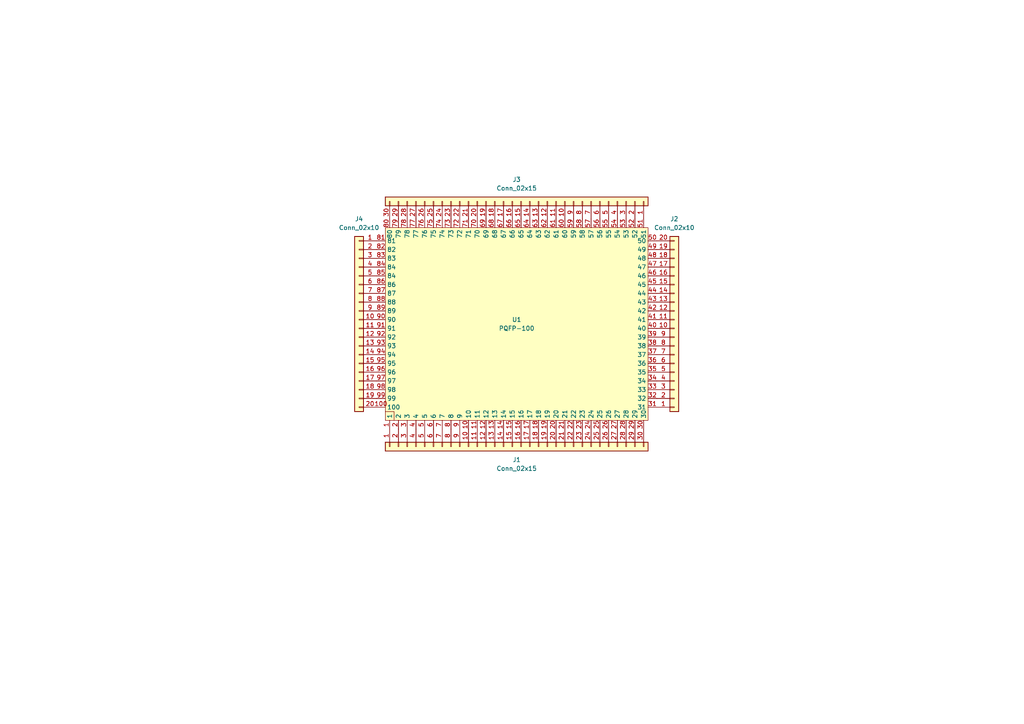
<source format=kicad_sch>
(kicad_sch (version 20211123) (generator eeschema)
  (paper "A4")
  (lib_symbols
    (symbol "Connector_Generic:Conn_01x20" (pin_names (offset 1.016) hide)
      (property "Reference" "J" (at 0 25.4 0))
      (property "Value" "Conn_01x20" (at 0 -27.94 0))
      (symbol "Conn_01x20_1_1"
        (rectangle (start -1.27 -25.273) (end 0 -25.527) (stroke (width 0.1524)))
        (rectangle (start -1.27 -22.733) (end 0 -22.987) (stroke (width 0.1524)))
        (rectangle (start -1.27 -20.193) (end 0 -20.447) (stroke (width 0.1524)))
        (rectangle (start -1.27 -17.653) (end 0 -17.907) (stroke (width 0.1524)))
        (rectangle (start -1.27 -15.113) (end 0 -15.367) (stroke (width 0.1524)))
        (rectangle (start -1.27 -12.573) (end 0 -12.827) (stroke (width 0.1524)))
        (rectangle (start -1.27 -10.033) (end 0 -10.287) (stroke (width 0.1524)))
        (rectangle (start -1.27 -7.493) (end 0 -7.747) (stroke (width 0.1524)))
        (rectangle (start -1.27 -4.953) (end 0 -5.207) (stroke (width 0.1524)))
        (rectangle (start -1.27 -2.413) (end 0 -2.667) (stroke (width 0.1524)))
        (rectangle (start -1.27 0.127) (end 0 -0.127) (stroke (width 0.1524)))
        (rectangle (start -1.27 2.667) (end 0 2.413) (stroke (width 0.1524)))
        (rectangle (start -1.27 5.207) (end 0 4.953) (stroke (width 0.1524)))
        (rectangle (start -1.27 7.747) (end 0 7.493) (stroke (width 0.1524)))
        (rectangle (start -1.27 10.287) (end 0 10.033) (stroke (width 0.1524)))
        (rectangle (start -1.27 12.827) (end 0 12.573) (stroke (width 0.1524)))
        (rectangle (start -1.27 15.367) (end 0 15.113) (stroke (width 0.1524)))
        (rectangle (start -1.27 17.907) (end 0 17.653) (stroke (width 0.1524)))
        (rectangle (start -1.27 20.447) (end 0 20.193) (stroke (width 0.1524)))
        (rectangle (start -1.27 22.987) (end 0 22.733) (stroke (width 0.1524)))
        (rectangle (start -1.27 24.13) (end 1.27 -26.67) (stroke (width 0.254)) (fill (type background)))
        (pin passive line (at -5.08 22.86 0) (length 3.81) (name "Pin_1") (number "1"))
        (pin passive line (at -5.08 0 0) (length 3.81) (name "Pin_10") (number "10"))
        (pin passive line (at -5.08 -2.54 0) (length 3.81) (name "Pin_11") (number "11"))
        (pin passive line (at -5.08 -5.08 0) (length 3.81) (name "Pin_12") (number "12"))
        (pin passive line (at -5.08 -7.62 0) (length 3.81) (name "Pin_13") (number "13"))
        (pin passive line (at -5.08 -10.16 0) (length 3.81) (name "Pin_14") (number "14"))
        (pin passive line (at -5.08 -12.7 0) (length 3.81) (name "Pin_15") (number "15"))
        (pin passive line (at -5.08 -15.24 0) (length 3.81) (name "Pin_16") (number "16"))
        (pin passive line (at -5.08 -17.78 0) (length 3.81) (name "Pin_17") (number "17"))
        (pin passive line (at -5.08 -20.32 0) (length 3.81) (name "Pin_18") (number "18"))
        (pin passive line (at -5.08 -22.86 0) (length 3.81) (name "Pin_19") (number "19"))
        (pin passive line (at -5.08 20.32 0) (length 3.81) (name "Pin_2") (number "2"))
        (pin passive line (at -5.08 -25.4 0) (length 3.81) (name "Pin_20") (number "20"))
        (pin passive line (at -5.08 17.78 0) (length 3.81) (name "Pin_3") (number "3"))
        (pin passive line (at -5.08 15.24 0) (length 3.81) (name "Pin_4") (number "4"))
        (pin passive line (at -5.08 12.7 0) (length 3.81) (name "Pin_5") (number "5"))
        (pin passive line (at -5.08 10.16 0) (length 3.81) (name "Pin_6") (number "6"))
        (pin passive line (at -5.08 7.62 0) (length 3.81) (name "Pin_7") (number "7"))
        (pin passive line (at -5.08 5.08 0) (length 3.81) (name "Pin_8") (number "8"))
        (pin passive line (at -5.08 2.54 0) (length 3.81) (name "Pin_9") (number "9"))
      )
    )
    (symbol "Connector_Generic:Conn_01x30" (pin_names (offset 1.016) hide)
      (property "Reference" "J" (at 0 38.1 0))
      (property "Value" "Conn_01x30" (at 0 -40.64 0))
      (symbol "Conn_01x30_1_1"
        (rectangle (start -1.27 -37.973) (end 0 -38.227) (stroke (width 0.1524)))
        (rectangle (start -1.27 -35.433) (end 0 -35.687) (stroke (width 0.1524)))
        (rectangle (start -1.27 -32.893) (end 0 -33.147) (stroke (width 0.1524)))
        (rectangle (start -1.27 -30.353) (end 0 -30.607) (stroke (width 0.1524)))
        (rectangle (start -1.27 -27.813) (end 0 -28.067) (stroke (width 0.1524)))
        (rectangle (start -1.27 -25.273) (end 0 -25.527) (stroke (width 0.1524)))
        (rectangle (start -1.27 -22.733) (end 0 -22.987) (stroke (width 0.1524)))
        (rectangle (start -1.27 -20.193) (end 0 -20.447) (stroke (width 0.1524)))
        (rectangle (start -1.27 -17.653) (end 0 -17.907) (stroke (width 0.1524)))
        (rectangle (start -1.27 -15.113) (end 0 -15.367) (stroke (width 0.1524)))
        (rectangle (start -1.27 -12.573) (end 0 -12.827) (stroke (width 0.1524)))
        (rectangle (start -1.27 -10.033) (end 0 -10.287) (stroke (width 0.1524)))
        (rectangle (start -1.27 -7.493) (end 0 -7.747) (stroke (width 0.1524)))
        (rectangle (start -1.27 -4.953) (end 0 -5.207) (stroke (width 0.1524)))
        (rectangle (start -1.27 -2.413) (end 0 -2.667) (stroke (width 0.1524)))
        (rectangle (start -1.27 0.127) (end 0 -0.127) (stroke (width 0.1524)))
        (rectangle (start -1.27 2.667) (end 0 2.413) (stroke (width 0.1524)))
        (rectangle (start -1.27 5.207) (end 0 4.953) (stroke (width 0.1524)))
        (rectangle (start -1.27 7.747) (end 0 7.493) (stroke (width 0.1524)))
        (rectangle (start -1.27 10.287) (end 0 10.033) (stroke (width 0.1524)))
        (rectangle (start -1.27 12.827) (end 0 12.573) (stroke (width 0.1524)))
        (rectangle (start -1.27 15.367) (end 0 15.113) (stroke (width 0.1524)))
        (rectangle (start -1.27 17.907) (end 0 17.653) (stroke (width 0.1524)))
        (rectangle (start -1.27 20.447) (end 0 20.193) (stroke (width 0.1524)))
        (rectangle (start -1.27 22.987) (end 0 22.733) (stroke (width 0.1524)))
        (rectangle (start -1.27 25.527) (end 0 25.273) (stroke (width 0.1524)))
        (rectangle (start -1.27 28.067) (end 0 27.813) (stroke (width 0.1524)))
        (rectangle (start -1.27 30.607) (end 0 30.353) (stroke (width 0.1524)))
        (rectangle (start -1.27 33.147) (end 0 32.893) (stroke (width 0.1524)))
        (rectangle (start -1.27 35.687) (end 0 35.433) (stroke (width 0.1524)))
        (rectangle (start -1.27 36.83) (end 1.27 -39.37) (stroke (width 0.254)) (fill (type background)))
        (pin passive line (at -5.08 35.56 0) (length 3.81) (name "Pin_1") (number "1"))
        (pin passive line (at -5.08 12.7 0) (length 3.81) (name "Pin_10") (number "10"))
        (pin passive line (at -5.08 10.16 0) (length 3.81) (name "Pin_11") (number "11"))
        (pin passive line (at -5.08 7.62 0) (length 3.81) (name "Pin_12") (number "12"))
        (pin passive line (at -5.08 5.08 0) (length 3.81) (name "Pin_13") (number "13"))
        (pin passive line (at -5.08 2.54 0) (length 3.81) (name "Pin_14") (number "14"))
        (pin passive line (at -5.08 0 0) (length 3.81) (name "Pin_15") (number "15"))
        (pin passive line (at -5.08 -2.54 0) (length 3.81) (name "Pin_16") (number "16"))
        (pin passive line (at -5.08 -5.08 0) (length 3.81) (name "Pin_17") (number "17"))
        (pin passive line (at -5.08 -7.62 0) (length 3.81) (name "Pin_18") (number "18"))
        (pin passive line (at -5.08 -10.16 0) (length 3.81) (name "Pin_19") (number "19"))
        (pin passive line (at -5.08 33.02 0) (length 3.81) (name "Pin_2") (number "2"))
        (pin passive line (at -5.08 -12.7 0) (length 3.81) (name "Pin_20") (number "20"))
        (pin passive line (at -5.08 -15.24 0) (length 3.81) (name "Pin_21") (number "21"))
        (pin passive line (at -5.08 -17.78 0) (length 3.81) (name "Pin_22") (number "22"))
        (pin passive line (at -5.08 -20.32 0) (length 3.81) (name "Pin_23") (number "23"))
        (pin passive line (at -5.08 -22.86 0) (length 3.81) (name "Pin_24") (number "24"))
        (pin passive line (at -5.08 -25.4 0) (length 3.81) (name "Pin_25") (number "25"))
        (pin passive line (at -5.08 -27.94 0) (length 3.81) (name "Pin_26") (number "26"))
        (pin passive line (at -5.08 -30.48 0) (length 3.81) (name "Pin_27") (number "27"))
        (pin passive line (at -5.08 -33.02 0) (length 3.81) (name "Pin_28") (number "28"))
        (pin passive line (at -5.08 -35.56 0) (length 3.81) (name "Pin_29") (number "29"))
        (pin passive line (at -5.08 30.48 0) (length 3.81) (name "Pin_3") (number "3"))
        (pin passive line (at -5.08 -38.1 0) (length 3.81) (name "Pin_30") (number "30"))
        (pin passive line (at -5.08 27.94 0) (length 3.81) (name "Pin_4") (number "4"))
        (pin passive line (at -5.08 25.4 0) (length 3.81) (name "Pin_5") (number "5"))
        (pin passive line (at -5.08 22.86 0) (length 3.81) (name "Pin_6") (number "6"))
        (pin passive line (at -5.08 20.32 0) (length 3.81) (name "Pin_7") (number "7"))
        (pin passive line (at -5.08 17.78 0) (length 3.81) (name "Pin_8") (number "8"))
        (pin passive line (at -5.08 15.24 0) (length 3.81) (name "Pin_9") (number "9"))
      )
    )
    (symbol "PQFP-100:PQFP-100"
      (property "Reference" "U" (at 0 -1.27 0))
      (property "Value" "PQFP-100" (at 1.27 1.27 0))
      (symbol "PQFP-100_0_1"
        (rectangle (start -38.1 -27.94) (end 38.1 27.94) (fill (type background)))
        (polyline (pts (xy -38.1 -25.4) (xy -35.56 -25.4) (xy -35.56 -27.94)))
      )
      (symbol "PQFP-100_1_1"
        (pin bidirectional line (at -36.83 -30.48 90) (length 2.54) (name "1") (number "1"))
        (pin bidirectional line (at -13.97 -30.48 90) (length 2.54) (name "10") (number "10"))
        (pin bidirectional line (at -40.64 -24.13 0) (length 2.54) (name "100") (number "100"))
        (pin bidirectional line (at -11.43 -30.48 90) (length 2.54) (name "11") (number "11"))
        (pin bidirectional line (at -8.89 -30.48 90) (length 2.54) (name "12") (number "12"))
        (pin bidirectional line (at -6.35 -30.48 90) (length 2.54) (name "13") (number "13"))
        (pin bidirectional line (at -3.81 -30.48 90) (length 2.54) (name "14") (number "14"))
        (pin bidirectional line (at -1.27 -30.48 90) (length 2.54) (name "15") (number "15"))
        (pin bidirectional line (at 1.27 -30.48 90) (length 2.54) (name "16") (number "16"))
        (pin bidirectional line (at 3.81 -30.48 90) (length 2.54) (name "17") (number "17"))
        (pin bidirectional line (at 6.35 -30.48 90) (length 2.54) (name "18") (number "18"))
        (pin bidirectional line (at 8.89 -30.48 90) (length 2.54) (name "19") (number "19"))
        (pin bidirectional line (at -34.29 -30.48 90) (length 2.54) (name "2") (number "2"))
        (pin bidirectional line (at 11.43 -30.48 90) (length 2.54) (name "20") (number "20"))
        (pin bidirectional line (at 13.97 -30.48 90) (length 2.54) (name "21") (number "21"))
        (pin bidirectional line (at 16.51 -30.48 90) (length 2.54) (name "22") (number "22"))
        (pin bidirectional line (at 19.05 -30.48 90) (length 2.54) (name "23") (number "23"))
        (pin bidirectional line (at 21.59 -30.48 90) (length 2.54) (name "24") (number "24"))
        (pin bidirectional line (at 24.13 -30.48 90) (length 2.54) (name "25") (number "25"))
        (pin bidirectional line (at 26.67 -30.48 90) (length 2.54) (name "26") (number "26"))
        (pin bidirectional line (at 29.21 -30.48 90) (length 2.54) (name "27") (number "27"))
        (pin bidirectional line (at 31.75 -30.48 90) (length 2.54) (name "28") (number "28"))
        (pin bidirectional line (at 34.29 -30.48 90) (length 2.54) (name "29") (number "29"))
        (pin bidirectional line (at -31.75 -30.48 90) (length 2.54) (name "3") (number "3"))
        (pin bidirectional line (at 36.83 -30.48 90) (length 2.54) (name "30") (number "30"))
        (pin bidirectional line (at 40.64 -24.13 180) (length 2.54) (name "31") (number "31"))
        (pin bidirectional line (at 40.64 -21.59 180) (length 2.54) (name "32") (number "32"))
        (pin bidirectional line (at 40.64 -19.05 180) (length 2.54) (name "33") (number "33"))
        (pin bidirectional line (at 40.64 -16.51 180) (length 2.54) (name "34") (number "34"))
        (pin bidirectional line (at 40.64 -13.97 180) (length 2.54) (name "35") (number "35"))
        (pin bidirectional line (at 40.64 -11.43 180) (length 2.54) (name "36") (number "36"))
        (pin bidirectional line (at 40.64 -8.89 180) (length 2.54) (name "37") (number "37"))
        (pin bidirectional line (at 40.64 -6.35 180) (length 2.54) (name "38") (number "38"))
        (pin bidirectional line (at 40.64 -3.81 180) (length 2.54) (name "39") (number "39"))
        (pin bidirectional line (at -29.21 -30.48 90) (length 2.54) (name "4") (number "4"))
        (pin bidirectional line (at 40.64 -1.27 180) (length 2.54) (name "40") (number "40"))
        (pin bidirectional line (at 40.64 1.27 180) (length 2.54) (name "41") (number "41"))
        (pin bidirectional line (at 40.64 3.81 180) (length 2.54) (name "42") (number "42"))
        (pin bidirectional line (at 40.64 6.35 180) (length 2.54) (name "43") (number "43"))
        (pin bidirectional line (at 40.64 8.89 180) (length 2.54) (name "44") (number "44"))
        (pin bidirectional line (at 40.64 11.43 180) (length 2.54) (name "45") (number "45"))
        (pin bidirectional line (at 40.64 13.97 180) (length 2.54) (name "46") (number "46"))
        (pin bidirectional line (at 40.64 16.51 180) (length 2.54) (name "47") (number "47"))
        (pin bidirectional line (at 40.64 19.05 180) (length 2.54) (name "48") (number "48"))
        (pin bidirectional line (at 40.64 21.59 180) (length 2.54) (name "49") (number "49"))
        (pin bidirectional line (at -26.67 -30.48 90) (length 2.54) (name "5") (number "5"))
        (pin bidirectional line (at 40.64 24.13 180) (length 2.54) (name "50") (number "50"))
        (pin bidirectional line (at 36.83 30.48 270) (length 2.54) (name "51") (number "51"))
        (pin bidirectional line (at 34.29 30.48 270) (length 2.54) (name "52") (number "52"))
        (pin bidirectional line (at 31.75 30.48 270) (length 2.54) (name "53") (number "53"))
        (pin bidirectional line (at 29.21 30.48 270) (length 2.54) (name "54") (number "54"))
        (pin bidirectional line (at 26.67 30.48 270) (length 2.54) (name "55") (number "55"))
        (pin bidirectional line (at 24.13 30.48 270) (length 2.54) (name "56") (number "56"))
        (pin bidirectional line (at 21.59 30.48 270) (length 2.54) (name "57") (number "57"))
        (pin bidirectional line (at 19.05 30.48 270) (length 2.54) (name "58") (number "58"))
        (pin bidirectional line (at 16.51 30.48 270) (length 2.54) (name "59") (number "59"))
        (pin bidirectional line (at -24.13 -30.48 90) (length 2.54) (name "6") (number "6"))
        (pin bidirectional line (at 13.97 30.48 270) (length 2.54) (name "60") (number "60"))
        (pin bidirectional line (at 11.43 30.48 270) (length 2.54) (name "61") (number "61"))
        (pin bidirectional line (at 8.89 30.48 270) (length 2.54) (name "62") (number "62"))
        (pin bidirectional line (at 6.35 30.48 270) (length 2.54) (name "63") (number "63"))
        (pin bidirectional line (at 3.81 30.48 270) (length 2.54) (name "64") (number "64"))
        (pin bidirectional line (at 1.27 30.48 270) (length 2.54) (name "65") (number "65"))
        (pin bidirectional line (at -1.27 30.48 270) (length 2.54) (name "66") (number "66"))
        (pin bidirectional line (at -3.81 30.48 270) (length 2.54) (name "67") (number "67"))
        (pin bidirectional line (at -6.35 30.48 270) (length 2.54) (name "68") (number "68"))
        (pin bidirectional line (at -8.89 30.48 270) (length 2.54) (name "69") (number "69"))
        (pin bidirectional line (at -21.59 -30.48 90) (length 2.54) (name "7") (number "7"))
        (pin bidirectional line (at -11.43 30.48 270) (length 2.54) (name "70") (number "70"))
        (pin bidirectional line (at -13.97 30.48 270) (length 2.54) (name "71") (number "71"))
        (pin bidirectional line (at -16.51 30.48 270) (length 2.54) (name "72") (number "72"))
        (pin bidirectional line (at -19.05 30.48 270) (length 2.54) (name "73") (number "73"))
        (pin bidirectional line (at -21.59 30.48 270) (length 2.54) (name "74") (number "74"))
        (pin bidirectional line (at -24.13 30.48 270) (length 2.54) (name "75") (number "75"))
        (pin bidirectional line (at -26.67 30.48 270) (length 2.54) (name "76") (number "76"))
        (pin bidirectional line (at -29.21 30.48 270) (length 2.54) (name "77") (number "77"))
        (pin bidirectional line (at -31.75 30.48 270) (length 2.54) (name "78") (number "78"))
        (pin bidirectional line (at -34.29 30.48 270) (length 2.54) (name "79") (number "79"))
        (pin bidirectional line (at -19.05 -30.48 90) (length 2.54) (name "8") (number "8"))
        (pin bidirectional line (at -36.83 30.48 270) (length 2.54) (name "80") (number "80"))
        (pin bidirectional line (at -40.64 24.13 0) (length 2.54) (name "81") (number "81"))
        (pin bidirectional line (at -40.64 21.59 0) (length 2.54) (name "82") (number "82"))
        (pin bidirectional line (at -40.64 19.05 0) (length 2.54) (name "83") (number "83"))
        (pin bidirectional line (at -40.64 16.51 0) (length 2.54) (name "84") (number "84"))
        (pin bidirectional line (at -40.64 13.97 0) (length 2.54) (name "84") (number "85"))
        (pin bidirectional line (at -40.64 11.43 0) (length 2.54) (name "86") (number "86"))
        (pin bidirectional line (at -40.64 8.89 0) (length 2.54) (name "87") (number "87"))
        (pin bidirectional line (at -40.64 6.35 0) (length 2.54) (name "88") (number "88"))
        (pin bidirectional line (at -40.64 3.81 0) (length 2.54) (name "89") (number "89"))
        (pin bidirectional line (at -16.51 -30.48 90) (length 2.54) (name "9") (number "9"))
        (pin bidirectional line (at -40.64 1.27 0) (length 2.54) (name "90") (number "90"))
        (pin bidirectional line (at -40.64 -1.27 0) (length 2.54) (name "91") (number "91"))
        (pin bidirectional line (at -40.64 -3.81 0) (length 2.54) (name "92") (number "92"))
        (pin bidirectional line (at -40.64 -6.35 0) (length 2.54) (name "93") (number "93"))
        (pin bidirectional line (at -40.64 -8.89 0) (length 2.54) (name "94") (number "94"))
        (pin bidirectional line (at -40.64 -11.43 0) (length 2.54) (name "95") (number "95"))
        (pin bidirectional line (at -40.64 -13.97 0) (length 2.54) (name "96") (number "96"))
        (pin bidirectional line (at -40.64 -16.51 0) (length 2.54) (name "97") (number "97"))
        (pin bidirectional line (at -40.64 -19.05 0) (length 2.54) (name "98") (number "98"))
        (pin bidirectional line (at -40.64 -21.59 0) (length 2.54) (name "99") (number "99"))
      )
    )
  )
  (symbol (lib_id "Connector_Generic:Conn_01x30") (at 148.59 129.54 90) (mirror x) (unit 1)
    (property "Reference" "J1" (at 149.86 133.35 90))
    (property "Value" "Conn_02x15" (at 149.86 135.89 90))
    (property "Footprint" "Connector_PinHeader_2.54mm:PinHeader_2x15_P2.54mm_Vertical" (effects hide))
  )
  (symbol (lib_id "PQFP-100:PQFP-100") (at 149.86 93.98 0) (unit 1)
    (property "Reference" "U1" (at 149.86 92.71 0))
    (property "Value" "PQFP-100" (at 149.86 95.25 0))
    (property "Footprint" "Package_QFP:PQFP-100_14x20mm_P0.65mm" (effects hide))
  )
  (symbol (lib_id "Connector_Generic:Conn_01x20") (at 104.14 92.71 0) (mirror y) (unit 1)
    (property "Reference" "J4" (at 104.14 63.5 0))
    (property "Value" "Conn_02x10" (at 104.14 66.04 0))
    (property "Footprint" "Connector_PinHeader_2.54mm:PinHeader_2x10_P2.54mm_Vertical" (effects hide))
  )
  (symbol (lib_id "Connector_Generic:Conn_01x30") (at 151.13 58.42 270) (mirror x) (unit 1)
    (property "Reference" "J3" (at 149.86 52.07 90))
    (property "Value" "Conn_02x15" (at 149.86 54.61 90))
    (property "Footprint" "Connector_PinHeader_2.54mm:PinHeader_2x15_P2.54mm_Vertical" (effects hide))
  )
  (symbol (lib_id "Connector_Generic:Conn_01x20") (at 195.58 95.25 0) (mirror x) (unit 1)
    (property "Reference" "J2" (at 195.58 63.5 0))
    (property "Value" "Conn_02x10" (at 195.58 66.04 0))
    (property "Footprint" "Connector_PinHeader_2.54mm:PinHeader_2x10_P2.54mm_Vertical" (effects hide))
  )
)
</source>
